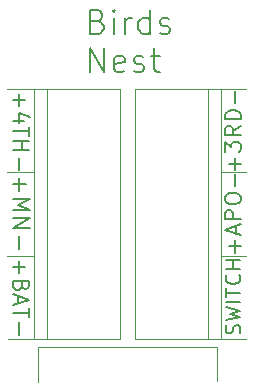
<source format=gto>
G04 #@! TF.GenerationSoftware,KiCad,Pcbnew,7.0.7*
G04 #@! TF.CreationDate,2024-02-07T12:10:54-08:00*
G04 #@! TF.ProjectId,Raven Expansion,52617665-6e20-4457-9870-616e73696f6e,rev?*
G04 #@! TF.SameCoordinates,Original*
G04 #@! TF.FileFunction,Legend,Top*
G04 #@! TF.FilePolarity,Positive*
%FSLAX46Y46*%
G04 Gerber Fmt 4.6, Leading zero omitted, Abs format (unit mm)*
G04 Created by KiCad (PCBNEW 7.0.7) date 2024-02-07 12:10:54*
%MOMM*%
%LPD*%
G01*
G04 APERTURE LIST*
%ADD10C,0.100000*%
%ADD11C,0.150000*%
%ADD12C,0.200000*%
%ADD13C,0.120000*%
%ADD14R,2.400000X2.400000*%
%ADD15C,2.400000*%
%ADD16C,3.200000*%
%ADD17R,1.700000X1.700000*%
%ADD18O,1.700000X1.700000*%
G04 APERTURE END LIST*
D10*
X27735000Y-54441000D02*
X25485000Y-54450000D01*
X45690000Y-54438668D02*
X43530000Y-54440000D01*
X27725000Y-47392332D02*
X25415000Y-47392332D01*
X27745000Y-40343666D02*
X25435000Y-40343666D01*
X45700000Y-40341334D02*
X43530000Y-40340000D01*
X45665000Y-33317668D02*
X43530000Y-33319000D01*
X45680000Y-47390000D02*
X43550000Y-47390000D01*
X27710000Y-33320000D02*
X25410000Y-33320000D01*
D11*
X26487300Y-47850112D02*
X26487300Y-48878684D01*
X25973014Y-48364398D02*
X27001585Y-48364398D01*
X26680157Y-49971541D02*
X26615871Y-50164398D01*
X26615871Y-50164398D02*
X26551585Y-50228684D01*
X26551585Y-50228684D02*
X26423014Y-50292970D01*
X26423014Y-50292970D02*
X26230157Y-50292970D01*
X26230157Y-50292970D02*
X26101585Y-50228684D01*
X26101585Y-50228684D02*
X26037300Y-50164398D01*
X26037300Y-50164398D02*
X25973014Y-50035827D01*
X25973014Y-50035827D02*
X25973014Y-49521541D01*
X25973014Y-49521541D02*
X27323014Y-49521541D01*
X27323014Y-49521541D02*
X27323014Y-49971541D01*
X27323014Y-49971541D02*
X27258728Y-50100113D01*
X27258728Y-50100113D02*
X27194442Y-50164398D01*
X27194442Y-50164398D02*
X27065871Y-50228684D01*
X27065871Y-50228684D02*
X26937300Y-50228684D01*
X26937300Y-50228684D02*
X26808728Y-50164398D01*
X26808728Y-50164398D02*
X26744442Y-50100113D01*
X26744442Y-50100113D02*
X26680157Y-49971541D01*
X26680157Y-49971541D02*
X26680157Y-49521541D01*
X26358728Y-50807255D02*
X26358728Y-51450113D01*
X25973014Y-50678684D02*
X27323014Y-51128684D01*
X27323014Y-51128684D02*
X25973014Y-51578684D01*
X27323014Y-51835827D02*
X27323014Y-52607256D01*
X25973014Y-52221541D02*
X27323014Y-52221541D01*
X26487300Y-53057255D02*
X26487300Y-54085827D01*
X44722700Y-40149887D02*
X44722700Y-39121316D01*
X45236985Y-39635601D02*
X44208414Y-39635601D01*
X43886985Y-38607029D02*
X43886985Y-37771315D01*
X43886985Y-37771315D02*
X44401271Y-38221315D01*
X44401271Y-38221315D02*
X44401271Y-38028458D01*
X44401271Y-38028458D02*
X44465557Y-37899887D01*
X44465557Y-37899887D02*
X44529842Y-37835601D01*
X44529842Y-37835601D02*
X44658414Y-37771315D01*
X44658414Y-37771315D02*
X44979842Y-37771315D01*
X44979842Y-37771315D02*
X45108414Y-37835601D01*
X45108414Y-37835601D02*
X45172700Y-37899887D01*
X45172700Y-37899887D02*
X45236985Y-38028458D01*
X45236985Y-38028458D02*
X45236985Y-38414172D01*
X45236985Y-38414172D02*
X45172700Y-38542744D01*
X45172700Y-38542744D02*
X45108414Y-38607029D01*
X45236985Y-36421315D02*
X44594128Y-36871315D01*
X45236985Y-37192744D02*
X43886985Y-37192744D01*
X43886985Y-37192744D02*
X43886985Y-36678458D01*
X43886985Y-36678458D02*
X43951271Y-36549887D01*
X43951271Y-36549887D02*
X44015557Y-36485601D01*
X44015557Y-36485601D02*
X44144128Y-36421315D01*
X44144128Y-36421315D02*
X44336985Y-36421315D01*
X44336985Y-36421315D02*
X44465557Y-36485601D01*
X44465557Y-36485601D02*
X44529842Y-36549887D01*
X44529842Y-36549887D02*
X44594128Y-36678458D01*
X44594128Y-36678458D02*
X44594128Y-37192744D01*
X45236985Y-35842744D02*
X43886985Y-35842744D01*
X43886985Y-35842744D02*
X43886985Y-35521315D01*
X43886985Y-35521315D02*
X43951271Y-35328458D01*
X43951271Y-35328458D02*
X44079842Y-35199887D01*
X44079842Y-35199887D02*
X44208414Y-35135601D01*
X44208414Y-35135601D02*
X44465557Y-35071315D01*
X44465557Y-35071315D02*
X44658414Y-35071315D01*
X44658414Y-35071315D02*
X44915557Y-35135601D01*
X44915557Y-35135601D02*
X45044128Y-35199887D01*
X45044128Y-35199887D02*
X45172700Y-35328458D01*
X45172700Y-35328458D02*
X45236985Y-35521315D01*
X45236985Y-35521315D02*
X45236985Y-35842744D01*
X44722700Y-34492744D02*
X44722700Y-33464173D01*
X26487300Y-33740112D02*
X26487300Y-34768684D01*
X25973014Y-34254398D02*
X27001585Y-34254398D01*
X26873014Y-35990113D02*
X25973014Y-35990113D01*
X27387300Y-35668684D02*
X26423014Y-35347255D01*
X26423014Y-35347255D02*
X26423014Y-36182970D01*
X27323014Y-36504398D02*
X27323014Y-37275827D01*
X25973014Y-36890112D02*
X27323014Y-36890112D01*
X25973014Y-37725826D02*
X27323014Y-37725826D01*
X26680157Y-37725826D02*
X26680157Y-38497255D01*
X25973014Y-38497255D02*
X27323014Y-38497255D01*
X26487300Y-39140112D02*
X26487300Y-40168684D01*
X45148200Y-53983219D02*
X45207723Y-53804648D01*
X45207723Y-53804648D02*
X45207723Y-53507029D01*
X45207723Y-53507029D02*
X45148200Y-53387981D01*
X45148200Y-53387981D02*
X45088676Y-53328457D01*
X45088676Y-53328457D02*
X44969628Y-53268934D01*
X44969628Y-53268934D02*
X44850580Y-53268934D01*
X44850580Y-53268934D02*
X44731533Y-53328457D01*
X44731533Y-53328457D02*
X44672009Y-53387981D01*
X44672009Y-53387981D02*
X44612485Y-53507029D01*
X44612485Y-53507029D02*
X44552961Y-53745124D01*
X44552961Y-53745124D02*
X44493438Y-53864172D01*
X44493438Y-53864172D02*
X44433914Y-53923695D01*
X44433914Y-53923695D02*
X44314866Y-53983219D01*
X44314866Y-53983219D02*
X44195819Y-53983219D01*
X44195819Y-53983219D02*
X44076771Y-53923695D01*
X44076771Y-53923695D02*
X44017247Y-53864172D01*
X44017247Y-53864172D02*
X43957723Y-53745124D01*
X43957723Y-53745124D02*
X43957723Y-53447505D01*
X43957723Y-53447505D02*
X44017247Y-53268934D01*
X43957723Y-52852267D02*
X45207723Y-52554648D01*
X45207723Y-52554648D02*
X44314866Y-52316553D01*
X44314866Y-52316553D02*
X45207723Y-52078458D01*
X45207723Y-52078458D02*
X43957723Y-51780839D01*
X45207723Y-51304648D02*
X43957723Y-51304648D01*
X43957723Y-50887982D02*
X43957723Y-50173696D01*
X45207723Y-50530839D02*
X43957723Y-50530839D01*
X45088676Y-49042744D02*
X45148200Y-49102268D01*
X45148200Y-49102268D02*
X45207723Y-49280839D01*
X45207723Y-49280839D02*
X45207723Y-49399887D01*
X45207723Y-49399887D02*
X45148200Y-49578458D01*
X45148200Y-49578458D02*
X45029152Y-49697506D01*
X45029152Y-49697506D02*
X44910104Y-49757029D01*
X44910104Y-49757029D02*
X44672009Y-49816553D01*
X44672009Y-49816553D02*
X44493438Y-49816553D01*
X44493438Y-49816553D02*
X44255342Y-49757029D01*
X44255342Y-49757029D02*
X44136295Y-49697506D01*
X44136295Y-49697506D02*
X44017247Y-49578458D01*
X44017247Y-49578458D02*
X43957723Y-49399887D01*
X43957723Y-49399887D02*
X43957723Y-49280839D01*
X43957723Y-49280839D02*
X44017247Y-49102268D01*
X44017247Y-49102268D02*
X44076771Y-49042744D01*
X45207723Y-48507029D02*
X43957723Y-48507029D01*
X44552961Y-48507029D02*
X44552961Y-47792744D01*
X45207723Y-47792744D02*
X43957723Y-47792744D01*
X44722700Y-47138340D02*
X44722700Y-46109769D01*
X45236985Y-46624054D02*
X44208414Y-46624054D01*
X44851271Y-45531197D02*
X44851271Y-44888340D01*
X45236985Y-45659768D02*
X43886985Y-45209768D01*
X43886985Y-45209768D02*
X45236985Y-44759768D01*
X45236985Y-44309768D02*
X43886985Y-44309768D01*
X43886985Y-44309768D02*
X43886985Y-43795482D01*
X43886985Y-43795482D02*
X43951271Y-43666911D01*
X43951271Y-43666911D02*
X44015557Y-43602625D01*
X44015557Y-43602625D02*
X44144128Y-43538339D01*
X44144128Y-43538339D02*
X44336985Y-43538339D01*
X44336985Y-43538339D02*
X44465557Y-43602625D01*
X44465557Y-43602625D02*
X44529842Y-43666911D01*
X44529842Y-43666911D02*
X44594128Y-43795482D01*
X44594128Y-43795482D02*
X44594128Y-44309768D01*
X43886985Y-42702625D02*
X43886985Y-42445482D01*
X43886985Y-42445482D02*
X43951271Y-42316911D01*
X43951271Y-42316911D02*
X44079842Y-42188339D01*
X44079842Y-42188339D02*
X44336985Y-42124054D01*
X44336985Y-42124054D02*
X44786985Y-42124054D01*
X44786985Y-42124054D02*
X45044128Y-42188339D01*
X45044128Y-42188339D02*
X45172700Y-42316911D01*
X45172700Y-42316911D02*
X45236985Y-42445482D01*
X45236985Y-42445482D02*
X45236985Y-42702625D01*
X45236985Y-42702625D02*
X45172700Y-42831197D01*
X45172700Y-42831197D02*
X45044128Y-42959768D01*
X45044128Y-42959768D02*
X44786985Y-43024054D01*
X44786985Y-43024054D02*
X44336985Y-43024054D01*
X44336985Y-43024054D02*
X44079842Y-42959768D01*
X44079842Y-42959768D02*
X43951271Y-42831197D01*
X43951271Y-42831197D02*
X43886985Y-42702625D01*
X44722700Y-41545482D02*
X44722700Y-40516911D01*
D12*
X33144435Y-27557219D02*
X33430149Y-27652457D01*
X33430149Y-27652457D02*
X33525387Y-27747695D01*
X33525387Y-27747695D02*
X33620625Y-27938171D01*
X33620625Y-27938171D02*
X33620625Y-28223885D01*
X33620625Y-28223885D02*
X33525387Y-28414361D01*
X33525387Y-28414361D02*
X33430149Y-28509600D01*
X33430149Y-28509600D02*
X33239673Y-28604838D01*
X33239673Y-28604838D02*
X32477768Y-28604838D01*
X32477768Y-28604838D02*
X32477768Y-26604838D01*
X32477768Y-26604838D02*
X33144435Y-26604838D01*
X33144435Y-26604838D02*
X33334911Y-26700076D01*
X33334911Y-26700076D02*
X33430149Y-26795314D01*
X33430149Y-26795314D02*
X33525387Y-26985790D01*
X33525387Y-26985790D02*
X33525387Y-27176266D01*
X33525387Y-27176266D02*
X33430149Y-27366742D01*
X33430149Y-27366742D02*
X33334911Y-27461980D01*
X33334911Y-27461980D02*
X33144435Y-27557219D01*
X33144435Y-27557219D02*
X32477768Y-27557219D01*
X34477768Y-28604838D02*
X34477768Y-27271504D01*
X34477768Y-26604838D02*
X34382530Y-26700076D01*
X34382530Y-26700076D02*
X34477768Y-26795314D01*
X34477768Y-26795314D02*
X34573006Y-26700076D01*
X34573006Y-26700076D02*
X34477768Y-26604838D01*
X34477768Y-26604838D02*
X34477768Y-26795314D01*
X35430149Y-28604838D02*
X35430149Y-27271504D01*
X35430149Y-27652457D02*
X35525387Y-27461980D01*
X35525387Y-27461980D02*
X35620625Y-27366742D01*
X35620625Y-27366742D02*
X35811101Y-27271504D01*
X35811101Y-27271504D02*
X36001578Y-27271504D01*
X37525387Y-28604838D02*
X37525387Y-26604838D01*
X37525387Y-28509600D02*
X37334911Y-28604838D01*
X37334911Y-28604838D02*
X36953958Y-28604838D01*
X36953958Y-28604838D02*
X36763482Y-28509600D01*
X36763482Y-28509600D02*
X36668244Y-28414361D01*
X36668244Y-28414361D02*
X36573006Y-28223885D01*
X36573006Y-28223885D02*
X36573006Y-27652457D01*
X36573006Y-27652457D02*
X36668244Y-27461980D01*
X36668244Y-27461980D02*
X36763482Y-27366742D01*
X36763482Y-27366742D02*
X36953958Y-27271504D01*
X36953958Y-27271504D02*
X37334911Y-27271504D01*
X37334911Y-27271504D02*
X37525387Y-27366742D01*
X38382530Y-28509600D02*
X38573006Y-28604838D01*
X38573006Y-28604838D02*
X38953958Y-28604838D01*
X38953958Y-28604838D02*
X39144435Y-28509600D01*
X39144435Y-28509600D02*
X39239673Y-28319123D01*
X39239673Y-28319123D02*
X39239673Y-28223885D01*
X39239673Y-28223885D02*
X39144435Y-28033409D01*
X39144435Y-28033409D02*
X38953958Y-27938171D01*
X38953958Y-27938171D02*
X38668244Y-27938171D01*
X38668244Y-27938171D02*
X38477768Y-27842933D01*
X38477768Y-27842933D02*
X38382530Y-27652457D01*
X38382530Y-27652457D02*
X38382530Y-27557219D01*
X38382530Y-27557219D02*
X38477768Y-27366742D01*
X38477768Y-27366742D02*
X38668244Y-27271504D01*
X38668244Y-27271504D02*
X38953958Y-27271504D01*
X38953958Y-27271504D02*
X39144435Y-27366742D01*
X32477768Y-31824838D02*
X32477768Y-29824838D01*
X32477768Y-29824838D02*
X33620625Y-31824838D01*
X33620625Y-31824838D02*
X33620625Y-29824838D01*
X35334911Y-31729600D02*
X35144435Y-31824838D01*
X35144435Y-31824838D02*
X34763482Y-31824838D01*
X34763482Y-31824838D02*
X34573006Y-31729600D01*
X34573006Y-31729600D02*
X34477768Y-31539123D01*
X34477768Y-31539123D02*
X34477768Y-30777219D01*
X34477768Y-30777219D02*
X34573006Y-30586742D01*
X34573006Y-30586742D02*
X34763482Y-30491504D01*
X34763482Y-30491504D02*
X35144435Y-30491504D01*
X35144435Y-30491504D02*
X35334911Y-30586742D01*
X35334911Y-30586742D02*
X35430149Y-30777219D01*
X35430149Y-30777219D02*
X35430149Y-30967695D01*
X35430149Y-30967695D02*
X34477768Y-31158171D01*
X36192054Y-31729600D02*
X36382530Y-31824838D01*
X36382530Y-31824838D02*
X36763482Y-31824838D01*
X36763482Y-31824838D02*
X36953959Y-31729600D01*
X36953959Y-31729600D02*
X37049197Y-31539123D01*
X37049197Y-31539123D02*
X37049197Y-31443885D01*
X37049197Y-31443885D02*
X36953959Y-31253409D01*
X36953959Y-31253409D02*
X36763482Y-31158171D01*
X36763482Y-31158171D02*
X36477768Y-31158171D01*
X36477768Y-31158171D02*
X36287292Y-31062933D01*
X36287292Y-31062933D02*
X36192054Y-30872457D01*
X36192054Y-30872457D02*
X36192054Y-30777219D01*
X36192054Y-30777219D02*
X36287292Y-30586742D01*
X36287292Y-30586742D02*
X36477768Y-30491504D01*
X36477768Y-30491504D02*
X36763482Y-30491504D01*
X36763482Y-30491504D02*
X36953959Y-30586742D01*
X37620626Y-30491504D02*
X38382530Y-30491504D01*
X37906340Y-29824838D02*
X37906340Y-31539123D01*
X37906340Y-31539123D02*
X38001578Y-31729600D01*
X38001578Y-31729600D02*
X38192054Y-31824838D01*
X38192054Y-31824838D02*
X38382530Y-31824838D01*
D11*
X26496133Y-40803922D02*
X26496133Y-41908684D01*
X25943752Y-41356303D02*
X27048514Y-41356303D01*
X25943752Y-42599160D02*
X27393752Y-42599160D01*
X27393752Y-42599160D02*
X26358038Y-43082493D01*
X26358038Y-43082493D02*
X27393752Y-43565826D01*
X27393752Y-43565826D02*
X25943752Y-43565826D01*
X25943752Y-44256303D02*
X27393752Y-44256303D01*
X27393752Y-44256303D02*
X25943752Y-45084874D01*
X25943752Y-45084874D02*
X27393752Y-45084874D01*
X26496133Y-45775351D02*
X26496133Y-46880113D01*
D13*
X34970000Y-33320000D02*
X27710000Y-33320000D01*
X34970000Y-33320000D02*
X34970000Y-54441000D01*
X28810000Y-33320000D02*
X28810000Y-54441000D01*
X27710000Y-33320000D02*
X27710000Y-54441000D01*
X34970000Y-54441000D02*
X27710000Y-54441000D01*
X36270000Y-54440000D02*
X43530000Y-54440000D01*
X36270000Y-54440000D02*
X36270000Y-33319000D01*
X42430000Y-54440000D02*
X42430000Y-33319000D01*
X43530000Y-54440000D02*
X43530000Y-33319000D01*
X36270000Y-33319000D02*
X43530000Y-33319000D01*
X43255000Y-55125000D02*
X43255000Y-58045000D01*
X28025000Y-55125000D02*
X43255000Y-55125000D01*
X28025000Y-55125000D02*
X28025000Y-58095000D01*
%LPC*%
D14*
X31810000Y-35130000D03*
D15*
X31810000Y-38630000D03*
X31810000Y-42130000D03*
X31810000Y-45630000D03*
X31810000Y-49130000D03*
X31810000Y-52630000D03*
D16*
X29210000Y-29210000D03*
X41910000Y-29210000D03*
D14*
X39430000Y-52630000D03*
D15*
X39430000Y-49130000D03*
X39430000Y-45630000D03*
X39430000Y-42130000D03*
X39430000Y-38630000D03*
X39430000Y-35130000D03*
D17*
X41985000Y-56395000D03*
D18*
X39445000Y-56395000D03*
X36905000Y-56395000D03*
X34365000Y-56395000D03*
X31825000Y-56395000D03*
X29285000Y-56395000D03*
%LPD*%
M02*

</source>
